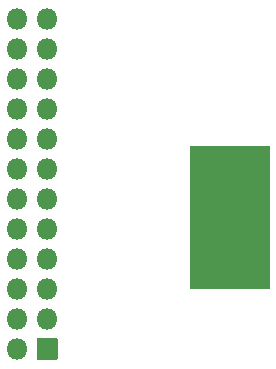
<source format=gbr>
%TF.GenerationSoftware,KiCad,Pcbnew,5.99.0-unknown-ad88874~101~ubuntu20.04.1*%
%TF.CreationDate,2020-05-19T21:45:09-04:00*%
%TF.ProjectId,L6205,4c363230-352e-46b6-9963-61645f706362,rev?*%
%TF.SameCoordinates,Original*%
%TF.FileFunction,Soldermask,Bot*%
%TF.FilePolarity,Negative*%
%FSLAX46Y46*%
G04 Gerber Fmt 4.6, Leading zero omitted, Abs format (unit mm)*
G04 Created by KiCad (PCBNEW 5.99.0-unknown-ad88874~101~ubuntu20.04.1) date 2020-05-19 21:45:09*
%MOMM*%
%LPD*%
G01*
G04 APERTURE LIST*
%ADD10C,0.100000*%
%ADD11O,1.800000X1.800000*%
G04 APERTURE END LIST*
D10*
G36*
X125750000Y-126136502D02*
G01*
X119000000Y-126136502D01*
X119000000Y-114136502D01*
X125750000Y-114136502D01*
X125750000Y-126136502D01*
G37*
X125750000Y-126136502D02*
X119000000Y-126136502D01*
X119000000Y-114136502D01*
X125750000Y-114136502D01*
X125750000Y-126136502D01*
%TO.C,J1*%
G36*
G01*
X107834000Y-130468000D02*
X107834000Y-132168000D01*
G75*
G02*
X107784000Y-132218000I-50000J0D01*
G01*
X106084000Y-132218000D01*
G75*
G02*
X106034000Y-132168000I0J50000D01*
G01*
X106034000Y-130468000D01*
G75*
G02*
X106084000Y-130418000I50000J0D01*
G01*
X107784000Y-130418000D01*
G75*
G02*
X107834000Y-130468000I0J-50000D01*
G01*
G37*
D11*
X104394000Y-131318000D03*
X106934000Y-128778000D03*
X104394000Y-128778000D03*
X106934000Y-126238000D03*
X104394000Y-126238000D03*
X106934000Y-123698000D03*
X104394000Y-123698000D03*
X106934000Y-121158000D03*
X104394000Y-121158000D03*
X106934000Y-118618000D03*
X104394000Y-118618000D03*
X106934000Y-116078000D03*
X104394000Y-116078000D03*
X106934000Y-113538000D03*
X104394000Y-113538000D03*
X106934000Y-110998000D03*
X104394000Y-110998000D03*
X106934000Y-108458000D03*
X104394000Y-108458000D03*
X106934000Y-105918000D03*
X104394000Y-105918000D03*
X106934000Y-103378000D03*
X104394000Y-103378000D03*
%TD*%
M02*

</source>
